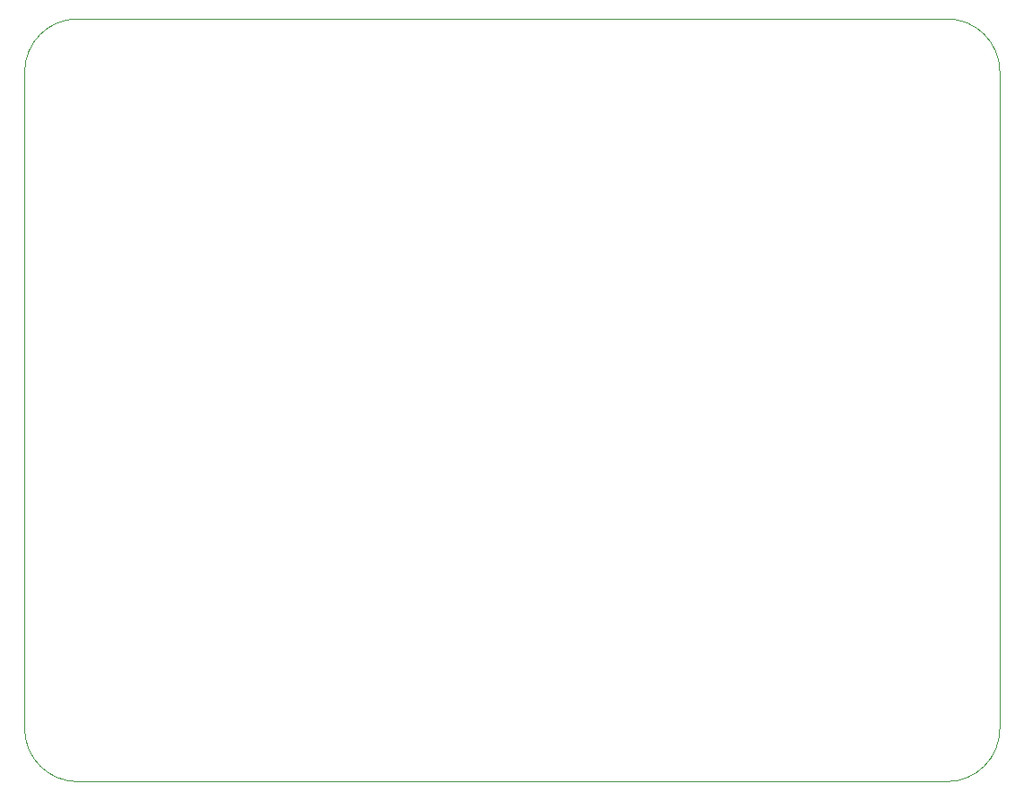
<source format=gbr>
G04 #@! TF.GenerationSoftware,KiCad,Pcbnew,(5.1.5-0-10_14)*
G04 #@! TF.CreationDate,2020-08-14T20:47:28-03:00*
G04 #@! TF.ProjectId,UltraCif,556c7472-6143-4696-962e-6b696361645f,rev?*
G04 #@! TF.SameCoordinates,Original*
G04 #@! TF.FileFunction,Profile,NP*
%FSLAX46Y46*%
G04 Gerber Fmt 4.6, Leading zero omitted, Abs format (unit mm)*
G04 Created by KiCad (PCBNEW (5.1.5-0-10_14)) date 2020-08-14 20:47:28*
%MOMM*%
%LPD*%
G04 APERTURE LIST*
%ADD10C,0.050000*%
G04 APERTURE END LIST*
D10*
X135000000Y-113000000D02*
G75*
G02X140000000Y-108000000I5000000J0D01*
G01*
X222000000Y-108000000D02*
G75*
G02X227000000Y-113000000I0J-5000000D01*
G01*
X227000000Y-175000000D02*
G75*
G02X222000000Y-180000000I-5000000J0D01*
G01*
X140000000Y-180000000D02*
G75*
G02X135000000Y-175000000I0J5000000D01*
G01*
X140000000Y-108000000D02*
X222000000Y-108000000D01*
X135000000Y-175000000D02*
X135000000Y-113000000D01*
X222000000Y-180000000D02*
X140000000Y-180000000D01*
X227000000Y-113000000D02*
X227000000Y-175000000D01*
M02*

</source>
